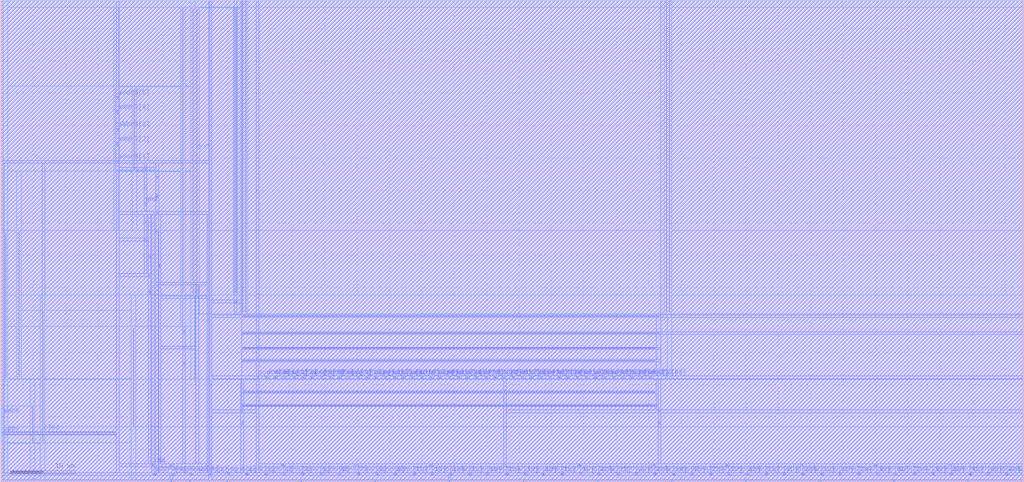
<source format=lef>
VERSION 5.4 ;
NAMESCASESENSITIVE ON ;
BUSBITCHARS "[]" ;
DIVIDERCHAR "/" ;
UNITS
  DATABASE MICRONS 2000 ;
END UNITS
MACRO freepdk45_sram_1rw0r_64x44_22
   CLASS BLOCK ;
   SIZE 157.9 BY 74.4625 ;
   SYMMETRY X Y R90 ;
   PIN din0[0]
      DIRECTION INPUT ;
      PORT
         LAYER metal3 ;
         RECT  32.275 1.105 32.41 1.24 ;
      END
   END din0[0]
   PIN din0[1]
      DIRECTION INPUT ;
      PORT
         LAYER metal3 ;
         RECT  35.135 1.105 35.27 1.24 ;
      END
   END din0[1]
   PIN din0[2]
      DIRECTION INPUT ;
      PORT
         LAYER metal3 ;
         RECT  37.995 1.105 38.13 1.24 ;
      END
   END din0[2]
   PIN din0[3]
      DIRECTION INPUT ;
      PORT
         LAYER metal3 ;
         RECT  40.855 1.105 40.99 1.24 ;
      END
   END din0[3]
   PIN din0[4]
      DIRECTION INPUT ;
      PORT
         LAYER metal3 ;
         RECT  43.715 1.105 43.85 1.24 ;
      END
   END din0[4]
   PIN din0[5]
      DIRECTION INPUT ;
      PORT
         LAYER metal3 ;
         RECT  46.575 1.105 46.71 1.24 ;
      END
   END din0[5]
   PIN din0[6]
      DIRECTION INPUT ;
      PORT
         LAYER metal3 ;
         RECT  49.435 1.105 49.57 1.24 ;
      END
   END din0[6]
   PIN din0[7]
      DIRECTION INPUT ;
      PORT
         LAYER metal3 ;
         RECT  52.295 1.105 52.43 1.24 ;
      END
   END din0[7]
   PIN din0[8]
      DIRECTION INPUT ;
      PORT
         LAYER metal3 ;
         RECT  55.155 1.105 55.29 1.24 ;
      END
   END din0[8]
   PIN din0[9]
      DIRECTION INPUT ;
      PORT
         LAYER metal3 ;
         RECT  58.015 1.105 58.15 1.24 ;
      END
   END din0[9]
   PIN din0[10]
      DIRECTION INPUT ;
      PORT
         LAYER metal3 ;
         RECT  60.875 1.105 61.01 1.24 ;
      END
   END din0[10]
   PIN din0[11]
      DIRECTION INPUT ;
      PORT
         LAYER metal3 ;
         RECT  63.735 1.105 63.87 1.24 ;
      END
   END din0[11]
   PIN din0[12]
      DIRECTION INPUT ;
      PORT
         LAYER metal3 ;
         RECT  66.595 1.105 66.73 1.24 ;
      END
   END din0[12]
   PIN din0[13]
      DIRECTION INPUT ;
      PORT
         LAYER metal3 ;
         RECT  69.455 1.105 69.59 1.24 ;
      END
   END din0[13]
   PIN din0[14]
      DIRECTION INPUT ;
      PORT
         LAYER metal3 ;
         RECT  72.315 1.105 72.45 1.24 ;
      END
   END din0[14]
   PIN din0[15]
      DIRECTION INPUT ;
      PORT
         LAYER metal3 ;
         RECT  75.175 1.105 75.31 1.24 ;
      END
   END din0[15]
   PIN din0[16]
      DIRECTION INPUT ;
      PORT
         LAYER metal3 ;
         RECT  78.035 1.105 78.17 1.24 ;
      END
   END din0[16]
   PIN din0[17]
      DIRECTION INPUT ;
      PORT
         LAYER metal3 ;
         RECT  80.895 1.105 81.03 1.24 ;
      END
   END din0[17]
   PIN din0[18]
      DIRECTION INPUT ;
      PORT
         LAYER metal3 ;
         RECT  83.755 1.105 83.89 1.24 ;
      END
   END din0[18]
   PIN din0[19]
      DIRECTION INPUT ;
      PORT
         LAYER metal3 ;
         RECT  86.615 1.105 86.75 1.24 ;
      END
   END din0[19]
   PIN din0[20]
      DIRECTION INPUT ;
      PORT
         LAYER metal3 ;
         RECT  89.475 1.105 89.61 1.24 ;
      END
   END din0[20]
   PIN din0[21]
      DIRECTION INPUT ;
      PORT
         LAYER metal3 ;
         RECT  92.335 1.105 92.47 1.24 ;
      END
   END din0[21]
   PIN din0[22]
      DIRECTION INPUT ;
      PORT
         LAYER metal3 ;
         RECT  95.195 1.105 95.33 1.24 ;
      END
   END din0[22]
   PIN din0[23]
      DIRECTION INPUT ;
      PORT
         LAYER metal3 ;
         RECT  98.055 1.105 98.19 1.24 ;
      END
   END din0[23]
   PIN din0[24]
      DIRECTION INPUT ;
      PORT
         LAYER metal3 ;
         RECT  100.915 1.105 101.05 1.24 ;
      END
   END din0[24]
   PIN din0[25]
      DIRECTION INPUT ;
      PORT
         LAYER metal3 ;
         RECT  103.775 1.105 103.91 1.24 ;
      END
   END din0[25]
   PIN din0[26]
      DIRECTION INPUT ;
      PORT
         LAYER metal3 ;
         RECT  106.635 1.105 106.77 1.24 ;
      END
   END din0[26]
   PIN din0[27]
      DIRECTION INPUT ;
      PORT
         LAYER metal3 ;
         RECT  109.495 1.105 109.63 1.24 ;
      END
   END din0[27]
   PIN din0[28]
      DIRECTION INPUT ;
      PORT
         LAYER metal3 ;
         RECT  112.355 1.105 112.49 1.24 ;
      END
   END din0[28]
   PIN din0[29]
      DIRECTION INPUT ;
      PORT
         LAYER metal3 ;
         RECT  115.215 1.105 115.35 1.24 ;
      END
   END din0[29]
   PIN din0[30]
      DIRECTION INPUT ;
      PORT
         LAYER metal3 ;
         RECT  118.075 1.105 118.21 1.24 ;
      END
   END din0[30]
   PIN din0[31]
      DIRECTION INPUT ;
      PORT
         LAYER metal3 ;
         RECT  120.935 1.105 121.07 1.24 ;
      END
   END din0[31]
   PIN din0[32]
      DIRECTION INPUT ;
      PORT
         LAYER metal3 ;
         RECT  123.795 1.105 123.93 1.24 ;
      END
   END din0[32]
   PIN din0[33]
      DIRECTION INPUT ;
      PORT
         LAYER metal3 ;
         RECT  126.655 1.105 126.79 1.24 ;
      END
   END din0[33]
   PIN din0[34]
      DIRECTION INPUT ;
      PORT
         LAYER metal3 ;
         RECT  129.515 1.105 129.65 1.24 ;
      END
   END din0[34]
   PIN din0[35]
      DIRECTION INPUT ;
      PORT
         LAYER metal3 ;
         RECT  132.375 1.105 132.51 1.24 ;
      END
   END din0[35]
   PIN din0[36]
      DIRECTION INPUT ;
      PORT
         LAYER metal3 ;
         RECT  135.235 1.105 135.37 1.24 ;
      END
   END din0[36]
   PIN din0[37]
      DIRECTION INPUT ;
      PORT
         LAYER metal3 ;
         RECT  138.095 1.105 138.23 1.24 ;
      END
   END din0[37]
   PIN din0[38]
      DIRECTION INPUT ;
      PORT
         LAYER metal3 ;
         RECT  140.955 1.105 141.09 1.24 ;
      END
   END din0[38]
   PIN din0[39]
      DIRECTION INPUT ;
      PORT
         LAYER metal3 ;
         RECT  143.815 1.105 143.95 1.24 ;
      END
   END din0[39]
   PIN din0[40]
      DIRECTION INPUT ;
      PORT
         LAYER metal3 ;
         RECT  146.675 1.105 146.81 1.24 ;
      END
   END din0[40]
   PIN din0[41]
      DIRECTION INPUT ;
      PORT
         LAYER metal3 ;
         RECT  149.535 1.105 149.67 1.24 ;
      END
   END din0[41]
   PIN din0[42]
      DIRECTION INPUT ;
      PORT
         LAYER metal3 ;
         RECT  152.395 1.105 152.53 1.24 ;
      END
   END din0[42]
   PIN din0[43]
      DIRECTION INPUT ;
      PORT
         LAYER metal3 ;
         RECT  155.255 1.105 155.39 1.24 ;
      END
   END din0[43]
   PIN addr0[0]
      DIRECTION INPUT ;
      PORT
         LAYER metal3 ;
         RECT  23.695 1.105 23.83 1.24 ;
      END
   END addr0[0]
   PIN addr0[1]
      DIRECTION INPUT ;
      PORT
         LAYER metal3 ;
         RECT  17.975 49.3675 18.11 49.5025 ;
      END
   END addr0[1]
   PIN addr0[2]
      DIRECTION INPUT ;
      PORT
         LAYER metal3 ;
         RECT  17.975 52.0975 18.11 52.2325 ;
      END
   END addr0[2]
   PIN addr0[3]
      DIRECTION INPUT ;
      PORT
         LAYER metal3 ;
         RECT  17.975 54.3075 18.11 54.4425 ;
      END
   END addr0[3]
   PIN addr0[4]
      DIRECTION INPUT ;
      PORT
         LAYER metal3 ;
         RECT  17.975 57.0375 18.11 57.1725 ;
      END
   END addr0[4]
   PIN addr0[5]
      DIRECTION INPUT ;
      PORT
         LAYER metal3 ;
         RECT  17.975 59.2475 18.11 59.3825 ;
      END
   END addr0[5]
   PIN csb0
      DIRECTION INPUT ;
      PORT
         LAYER metal3 ;
         RECT  0.285 7.3775 0.42 7.5125 ;
      END
   END csb0
   PIN web0
      DIRECTION INPUT ;
      PORT
         LAYER metal3 ;
         RECT  0.285 10.1075 0.42 10.2425 ;
      END
   END web0
   PIN clk0
      DIRECTION INPUT ;
      PORT
         LAYER metal3 ;
         RECT  6.5275 7.4625 6.6625 7.5975 ;
      END
   END clk0
   PIN wmask0[0]
      DIRECTION INPUT ;
      PORT
         LAYER metal3 ;
         RECT  26.555 1.105 26.69 1.24 ;
      END
   END wmask0[0]
   PIN wmask0[1]
      DIRECTION INPUT ;
      PORT
         LAYER metal3 ;
         RECT  29.415 1.105 29.55 1.24 ;
      END
   END wmask0[1]
   PIN dout0[0]
      DIRECTION OUTPUT ;
      PORT
         LAYER metal3 ;
         RECT  39.5675 16.0725 39.7025 16.2075 ;
      END
   END dout0[0]
   PIN dout0[1]
      DIRECTION OUTPUT ;
      PORT
         LAYER metal3 ;
         RECT  40.9775 16.0725 41.1125 16.2075 ;
      END
   END dout0[1]
   PIN dout0[2]
      DIRECTION OUTPUT ;
      PORT
         LAYER metal3 ;
         RECT  42.3875 16.0725 42.5225 16.2075 ;
      END
   END dout0[2]
   PIN dout0[3]
      DIRECTION OUTPUT ;
      PORT
         LAYER metal3 ;
         RECT  43.7975 16.0725 43.9325 16.2075 ;
      END
   END dout0[3]
   PIN dout0[4]
      DIRECTION OUTPUT ;
      PORT
         LAYER metal3 ;
         RECT  45.2075 16.0725 45.3425 16.2075 ;
      END
   END dout0[4]
   PIN dout0[5]
      DIRECTION OUTPUT ;
      PORT
         LAYER metal3 ;
         RECT  46.6175 16.0725 46.7525 16.2075 ;
      END
   END dout0[5]
   PIN dout0[6]
      DIRECTION OUTPUT ;
      PORT
         LAYER metal3 ;
         RECT  48.0275 16.0725 48.1625 16.2075 ;
      END
   END dout0[6]
   PIN dout0[7]
      DIRECTION OUTPUT ;
      PORT
         LAYER metal3 ;
         RECT  49.4375 16.0725 49.5725 16.2075 ;
      END
   END dout0[7]
   PIN dout0[8]
      DIRECTION OUTPUT ;
      PORT
         LAYER metal3 ;
         RECT  50.8475 16.0725 50.9825 16.2075 ;
      END
   END dout0[8]
   PIN dout0[9]
      DIRECTION OUTPUT ;
      PORT
         LAYER metal3 ;
         RECT  52.2575 16.0725 52.3925 16.2075 ;
      END
   END dout0[9]
   PIN dout0[10]
      DIRECTION OUTPUT ;
      PORT
         LAYER metal3 ;
         RECT  53.6675 16.0725 53.8025 16.2075 ;
      END
   END dout0[10]
   PIN dout0[11]
      DIRECTION OUTPUT ;
      PORT
         LAYER metal3 ;
         RECT  55.0775 16.0725 55.2125 16.2075 ;
      END
   END dout0[11]
   PIN dout0[12]
      DIRECTION OUTPUT ;
      PORT
         LAYER metal3 ;
         RECT  56.4875 16.0725 56.6225 16.2075 ;
      END
   END dout0[12]
   PIN dout0[13]
      DIRECTION OUTPUT ;
      PORT
         LAYER metal3 ;
         RECT  57.8975 16.0725 58.0325 16.2075 ;
      END
   END dout0[13]
   PIN dout0[14]
      DIRECTION OUTPUT ;
      PORT
         LAYER metal3 ;
         RECT  59.3075 16.0725 59.4425 16.2075 ;
      END
   END dout0[14]
   PIN dout0[15]
      DIRECTION OUTPUT ;
      PORT
         LAYER metal3 ;
         RECT  60.7175 16.0725 60.8525 16.2075 ;
      END
   END dout0[15]
   PIN dout0[16]
      DIRECTION OUTPUT ;
      PORT
         LAYER metal3 ;
         RECT  62.1275 16.0725 62.2625 16.2075 ;
      END
   END dout0[16]
   PIN dout0[17]
      DIRECTION OUTPUT ;
      PORT
         LAYER metal3 ;
         RECT  63.5375 16.0725 63.6725 16.2075 ;
      END
   END dout0[17]
   PIN dout0[18]
      DIRECTION OUTPUT ;
      PORT
         LAYER metal3 ;
         RECT  64.9475 16.0725 65.0825 16.2075 ;
      END
   END dout0[18]
   PIN dout0[19]
      DIRECTION OUTPUT ;
      PORT
         LAYER metal3 ;
         RECT  66.3575 16.0725 66.4925 16.2075 ;
      END
   END dout0[19]
   PIN dout0[20]
      DIRECTION OUTPUT ;
      PORT
         LAYER metal3 ;
         RECT  67.7675 16.0725 67.9025 16.2075 ;
      END
   END dout0[20]
   PIN dout0[21]
      DIRECTION OUTPUT ;
      PORT
         LAYER metal3 ;
         RECT  69.1775 16.0725 69.3125 16.2075 ;
      END
   END dout0[21]
   PIN dout0[22]
      DIRECTION OUTPUT ;
      PORT
         LAYER metal3 ;
         RECT  70.5875 16.0725 70.7225 16.2075 ;
      END
   END dout0[22]
   PIN dout0[23]
      DIRECTION OUTPUT ;
      PORT
         LAYER metal3 ;
         RECT  71.9975 16.0725 72.1325 16.2075 ;
      END
   END dout0[23]
   PIN dout0[24]
      DIRECTION OUTPUT ;
      PORT
         LAYER metal3 ;
         RECT  73.4075 16.0725 73.5425 16.2075 ;
      END
   END dout0[24]
   PIN dout0[25]
      DIRECTION OUTPUT ;
      PORT
         LAYER metal3 ;
         RECT  74.8175 16.0725 74.9525 16.2075 ;
      END
   END dout0[25]
   PIN dout0[26]
      DIRECTION OUTPUT ;
      PORT
         LAYER metal3 ;
         RECT  76.2275 16.0725 76.3625 16.2075 ;
      END
   END dout0[26]
   PIN dout0[27]
      DIRECTION OUTPUT ;
      PORT
         LAYER metal3 ;
         RECT  77.6375 16.0725 77.7725 16.2075 ;
      END
   END dout0[27]
   PIN dout0[28]
      DIRECTION OUTPUT ;
      PORT
         LAYER metal3 ;
         RECT  79.0475 16.0725 79.1825 16.2075 ;
      END
   END dout0[28]
   PIN dout0[29]
      DIRECTION OUTPUT ;
      PORT
         LAYER metal3 ;
         RECT  80.4575 16.0725 80.5925 16.2075 ;
      END
   END dout0[29]
   PIN dout0[30]
      DIRECTION OUTPUT ;
      PORT
         LAYER metal3 ;
         RECT  81.8675 16.0725 82.0025 16.2075 ;
      END
   END dout0[30]
   PIN dout0[31]
      DIRECTION OUTPUT ;
      PORT
         LAYER metal3 ;
         RECT  83.2775 16.0725 83.4125 16.2075 ;
      END
   END dout0[31]
   PIN dout0[32]
      DIRECTION OUTPUT ;
      PORT
         LAYER metal3 ;
         RECT  84.6875 16.0725 84.8225 16.2075 ;
      END
   END dout0[32]
   PIN dout0[33]
      DIRECTION OUTPUT ;
      PORT
         LAYER metal3 ;
         RECT  86.0975 16.0725 86.2325 16.2075 ;
      END
   END dout0[33]
   PIN dout0[34]
      DIRECTION OUTPUT ;
      PORT
         LAYER metal3 ;
         RECT  87.5075 16.0725 87.6425 16.2075 ;
      END
   END dout0[34]
   PIN dout0[35]
      DIRECTION OUTPUT ;
      PORT
         LAYER metal3 ;
         RECT  88.9175 16.0725 89.0525 16.2075 ;
      END
   END dout0[35]
   PIN dout0[36]
      DIRECTION OUTPUT ;
      PORT
         LAYER metal3 ;
         RECT  90.3275 16.0725 90.4625 16.2075 ;
      END
   END dout0[36]
   PIN dout0[37]
      DIRECTION OUTPUT ;
      PORT
         LAYER metal3 ;
         RECT  91.7375 16.0725 91.8725 16.2075 ;
      END
   END dout0[37]
   PIN dout0[38]
      DIRECTION OUTPUT ;
      PORT
         LAYER metal3 ;
         RECT  93.1475 16.0725 93.2825 16.2075 ;
      END
   END dout0[38]
   PIN dout0[39]
      DIRECTION OUTPUT ;
      PORT
         LAYER metal3 ;
         RECT  94.5575 16.0725 94.6925 16.2075 ;
      END
   END dout0[39]
   PIN dout0[40]
      DIRECTION OUTPUT ;
      PORT
         LAYER metal3 ;
         RECT  95.9675 16.0725 96.1025 16.2075 ;
      END
   END dout0[40]
   PIN dout0[41]
      DIRECTION OUTPUT ;
      PORT
         LAYER metal3 ;
         RECT  97.3775 16.0725 97.5125 16.2075 ;
      END
   END dout0[41]
   PIN dout0[42]
      DIRECTION OUTPUT ;
      PORT
         LAYER metal3 ;
         RECT  98.7875 16.0725 98.9225 16.2075 ;
      END
   END dout0[42]
   PIN dout0[43]
      DIRECTION OUTPUT ;
      PORT
         LAYER metal3 ;
         RECT  100.1975 16.0725 100.3325 16.2075 ;
      END
   END dout0[43]
   PIN vdd
      DIRECTION INOUT ;
      USE POWER ; 
      SHAPE ABUTMENT ; 
      PORT
         LAYER metal3 ;
         RECT  37.1875 10.7975 37.3225 10.9325 ;
         LAYER metal3 ;
         RECT  24.0725 41.4375 24.2075 41.5725 ;
         LAYER metal3 ;
         RECT  24.0725 38.7075 24.2075 38.8425 ;
         LAYER metal3 ;
         RECT  77.7525 2.47 77.8875 2.605 ;
         LAYER metal3 ;
         RECT  24.0725 46.8975 24.2075 47.0325 ;
         LAYER metal3 ;
         RECT  89.1925 2.47 89.3275 2.605 ;
         LAYER metal3 ;
         RECT  100.6325 2.47 100.7675 2.605 ;
         LAYER metal3 ;
         RECT  31.9925 2.47 32.1275 2.605 ;
         LAYER metal3 ;
         RECT  43.4325 2.47 43.5675 2.605 ;
         LAYER metal3 ;
         RECT  24.4175 30.5175 24.5525 30.6525 ;
         LAYER metal3 ;
         RECT  101.5725 10.7975 101.7075 10.9325 ;
         LAYER metal4 ;
         RECT  0.6875 16.1175 0.8275 38.52 ;
         LAYER metal3 ;
         RECT  37.3225 25.545 101.7075 25.615 ;
         LAYER metal3 ;
         RECT  112.0725 2.47 112.2075 2.605 ;
         LAYER metal3 ;
         RECT  26.2725 2.47 26.4075 2.605 ;
         LAYER metal3 ;
         RECT  30.245 28.445 30.38 28.58 ;
         LAYER metal3 ;
         RECT  28.195 20.6475 28.33 20.7825 ;
         LAYER metal3 ;
         RECT  134.9525 2.47 135.0875 2.605 ;
         LAYER metal3 ;
         RECT  36.1775 27.7875 36.3125 27.9225 ;
         LAYER metal4 ;
         RECT  29.625 29.15 29.765 73.04 ;
         LAYER metal4 ;
         RECT  103.14 26.24 103.28 74.265 ;
         LAYER metal3 ;
         RECT  37.3225 18.6925 101.0025 18.7625 ;
         LAYER metal3 ;
         RECT  146.3925 2.47 146.5275 2.605 ;
         LAYER metal3 ;
         RECT  66.3125 2.47 66.4475 2.605 ;
         LAYER metal3 ;
         RECT  123.5125 2.47 123.6475 2.605 ;
         LAYER metal4 ;
         RECT  20.41 8.74 20.55 23.7 ;
         LAYER metal3 ;
         RECT  24.0725 44.1675 24.2075 44.3025 ;
         LAYER metal3 ;
         RECT  37.3225 11.765 101.0025 11.835 ;
         LAYER metal4 ;
         RECT  37.255 26.24 37.395 74.265 ;
         LAYER metal3 ;
         RECT  54.8725 2.47 55.0075 2.605 ;
         LAYER metal4 ;
         RECT  0.0 6.27 0.14 11.35 ;
         LAYER metal4 ;
         RECT  36.175 29.15 36.315 72.97 ;
         LAYER metal4 ;
         RECT  17.69 48.26 17.83 60.815 ;
         LAYER metal3 ;
         RECT  24.4175 33.2475 24.5525 33.3825 ;
         LAYER metal3 ;
         RECT  23.4125 2.47 23.5475 2.605 ;
      END
   END vdd
   PIN gnd
      DIRECTION INOUT ;
      USE GROUND ; 
      SHAPE ABUTMENT ; 
      PORT
         LAYER metal3 ;
         RECT  37.1875 8.9775 37.3225 9.1125 ;
         LAYER metal4 ;
         RECT  20.55 48.195 20.69 60.75 ;
         LAYER metal3 ;
         RECT  69.1725 0.0 69.3075 0.135 ;
         LAYER metal3 ;
         RECT  22.265 48.2625 22.4 48.3975 ;
         LAYER metal4 ;
         RECT  2.75 16.15 2.89 38.5525 ;
         LAYER metal3 ;
         RECT  34.8525 0.0 34.9875 0.135 ;
         LAYER metal3 ;
         RECT  22.89 31.8825 23.025 32.0175 ;
         LAYER metal3 ;
         RECT  22.265 37.3425 22.4 37.4775 ;
         LAYER metal3 ;
         RECT  28.195 18.1775 28.33 18.3125 ;
         LAYER metal3 ;
         RECT  22.89 34.6125 23.025 34.7475 ;
         LAYER metal3 ;
         RECT  37.3225 20.585 101.0375 20.655 ;
         LAYER metal3 ;
         RECT  22.89 29.1525 23.025 29.2875 ;
         LAYER metal3 ;
         RECT  26.2725 0.0 26.4075 0.135 ;
         LAYER metal4 ;
         RECT  37.715 26.24 37.855 74.265 ;
         LAYER metal4 ;
         RECT  6.385 6.27 6.525 26.17 ;
         LAYER metal3 ;
         RECT  37.3225 22.925 101.74 22.995 ;
         LAYER metal3 ;
         RECT  103.4925 0.0 103.6275 0.135 ;
         LAYER metal3 ;
         RECT  92.0525 0.0 92.1875 0.135 ;
         LAYER metal3 ;
         RECT  22.265 45.5325 22.4 45.6675 ;
         LAYER metal4 ;
         RECT  28.035 29.1175 28.175 73.04 ;
         LAYER metal3 ;
         RECT  126.3725 0.0 126.5075 0.135 ;
         LAYER metal4 ;
         RECT  4.845 6.205 4.985 11.415 ;
         LAYER metal3 ;
         RECT  22.265 40.0725 22.4 40.2075 ;
         LAYER metal3 ;
         RECT  29.1325 0.0 29.2675 0.135 ;
         LAYER metal3 ;
         RECT  149.2525 0.0 149.3875 0.135 ;
         LAYER metal4 ;
         RECT  102.68 26.24 102.82 74.265 ;
         LAYER metal3 ;
         RECT  46.2925 0.0 46.4275 0.135 ;
         LAYER metal3 ;
         RECT  37.3225 13.815 101.0025 13.885 ;
         LAYER metal3 ;
         RECT  114.9325 0.0 115.0675 0.135 ;
         LAYER metal3 ;
         RECT  137.8125 0.0 137.9475 0.135 ;
         LAYER metal4 ;
         RECT  30.185 29.1175 30.325 73.0025 ;
         LAYER metal3 ;
         RECT  28.195 23.1175 28.33 23.2525 ;
         LAYER metal3 ;
         RECT  101.5725 8.9775 101.7075 9.1125 ;
         LAYER metal3 ;
         RECT  80.6125 0.0 80.7475 0.135 ;
         LAYER metal3 ;
         RECT  57.7325 0.0 57.8675 0.135 ;
         LAYER metal3 ;
         RECT  22.265 42.8025 22.4 42.9375 ;
      END
   END gnd
   OBS
   LAYER  metal1 ;
      RECT  0.14 0.14 157.76 74.3225 ;
   LAYER  metal2 ;
      RECT  0.14 0.14 157.76 74.3225 ;
   LAYER  metal3 ;
      RECT  32.135 0.14 32.55 0.965 ;
      RECT  32.55 0.965 34.995 1.38 ;
      RECT  35.41 0.965 37.855 1.38 ;
      RECT  38.27 0.965 40.715 1.38 ;
      RECT  41.13 0.965 43.575 1.38 ;
      RECT  43.99 0.965 46.435 1.38 ;
      RECT  46.85 0.965 49.295 1.38 ;
      RECT  49.71 0.965 52.155 1.38 ;
      RECT  52.57 0.965 55.015 1.38 ;
      RECT  55.43 0.965 57.875 1.38 ;
      RECT  58.29 0.965 60.735 1.38 ;
      RECT  61.15 0.965 63.595 1.38 ;
      RECT  64.01 0.965 66.455 1.38 ;
      RECT  66.87 0.965 69.315 1.38 ;
      RECT  69.73 0.965 72.175 1.38 ;
      RECT  72.59 0.965 75.035 1.38 ;
      RECT  75.45 0.965 77.895 1.38 ;
      RECT  78.31 0.965 80.755 1.38 ;
      RECT  81.17 0.965 83.615 1.38 ;
      RECT  84.03 0.965 86.475 1.38 ;
      RECT  86.89 0.965 89.335 1.38 ;
      RECT  89.75 0.965 92.195 1.38 ;
      RECT  92.61 0.965 95.055 1.38 ;
      RECT  95.47 0.965 97.915 1.38 ;
      RECT  98.33 0.965 100.775 1.38 ;
      RECT  101.19 0.965 103.635 1.38 ;
      RECT  104.05 0.965 106.495 1.38 ;
      RECT  106.91 0.965 109.355 1.38 ;
      RECT  109.77 0.965 112.215 1.38 ;
      RECT  112.63 0.965 115.075 1.38 ;
      RECT  115.49 0.965 117.935 1.38 ;
      RECT  118.35 0.965 120.795 1.38 ;
      RECT  121.21 0.965 123.655 1.38 ;
      RECT  124.07 0.965 126.515 1.38 ;
      RECT  126.93 0.965 129.375 1.38 ;
      RECT  129.79 0.965 132.235 1.38 ;
      RECT  132.65 0.965 135.095 1.38 ;
      RECT  135.51 0.965 137.955 1.38 ;
      RECT  138.37 0.965 140.815 1.38 ;
      RECT  141.23 0.965 143.675 1.38 ;
      RECT  144.09 0.965 146.535 1.38 ;
      RECT  146.95 0.965 149.395 1.38 ;
      RECT  149.81 0.965 152.255 1.38 ;
      RECT  152.67 0.965 155.115 1.38 ;
      RECT  155.53 0.965 157.76 1.38 ;
      RECT  0.14 0.965 23.555 1.38 ;
      RECT  0.14 49.2275 17.835 49.6425 ;
      RECT  0.14 49.6425 17.835 74.3225 ;
      RECT  17.835 1.38 18.25 49.2275 ;
      RECT  18.25 49.2275 32.135 49.6425 ;
      RECT  18.25 49.6425 32.135 74.3225 ;
      RECT  17.835 49.6425 18.25 51.9575 ;
      RECT  17.835 52.3725 18.25 54.1675 ;
      RECT  17.835 54.5825 18.25 56.8975 ;
      RECT  17.835 57.3125 18.25 59.1075 ;
      RECT  17.835 59.5225 18.25 74.3225 ;
      RECT  0.14 1.38 0.145 7.2375 ;
      RECT  0.14 7.2375 0.145 7.6525 ;
      RECT  0.14 7.6525 0.145 49.2275 ;
      RECT  0.145 1.38 0.56 7.2375 ;
      RECT  0.56 1.38 17.835 7.2375 ;
      RECT  0.145 7.6525 0.56 9.9675 ;
      RECT  0.145 10.3825 0.56 49.2275 ;
      RECT  0.56 7.2375 6.3875 7.3225 ;
      RECT  0.56 7.3225 6.3875 7.6525 ;
      RECT  6.3875 7.2375 6.8025 7.3225 ;
      RECT  6.8025 7.2375 17.835 7.3225 ;
      RECT  6.8025 7.3225 17.835 7.6525 ;
      RECT  0.56 7.6525 6.3875 7.7375 ;
      RECT  0.56 7.7375 6.3875 49.2275 ;
      RECT  6.3875 7.7375 6.8025 49.2275 ;
      RECT  6.8025 7.6525 17.835 7.7375 ;
      RECT  6.8025 7.7375 17.835 49.2275 ;
      RECT  23.97 0.965 26.415 1.38 ;
      RECT  26.83 0.965 29.275 1.38 ;
      RECT  29.69 0.965 32.135 1.38 ;
      RECT  32.55 15.9325 39.4275 16.3475 ;
      RECT  39.8425 15.9325 40.8375 16.3475 ;
      RECT  41.2525 15.9325 42.2475 16.3475 ;
      RECT  42.6625 15.9325 43.6575 16.3475 ;
      RECT  44.0725 15.9325 45.0675 16.3475 ;
      RECT  45.4825 15.9325 46.4775 16.3475 ;
      RECT  46.8925 15.9325 47.8875 16.3475 ;
      RECT  48.3025 15.9325 49.2975 16.3475 ;
      RECT  49.7125 15.9325 50.7075 16.3475 ;
      RECT  51.1225 15.9325 52.1175 16.3475 ;
      RECT  52.5325 15.9325 53.5275 16.3475 ;
      RECT  53.9425 15.9325 54.9375 16.3475 ;
      RECT  55.3525 15.9325 56.3475 16.3475 ;
      RECT  56.7625 15.9325 57.7575 16.3475 ;
      RECT  58.1725 15.9325 59.1675 16.3475 ;
      RECT  59.5825 15.9325 60.5775 16.3475 ;
      RECT  60.9925 15.9325 61.9875 16.3475 ;
      RECT  62.4025 15.9325 63.3975 16.3475 ;
      RECT  63.8125 15.9325 64.8075 16.3475 ;
      RECT  65.2225 15.9325 66.2175 16.3475 ;
      RECT  66.6325 15.9325 67.6275 16.3475 ;
      RECT  68.0425 15.9325 69.0375 16.3475 ;
      RECT  69.4525 15.9325 70.4475 16.3475 ;
      RECT  70.8625 15.9325 71.8575 16.3475 ;
      RECT  72.2725 15.9325 73.2675 16.3475 ;
      RECT  73.6825 15.9325 74.6775 16.3475 ;
      RECT  75.0925 15.9325 76.0875 16.3475 ;
      RECT  76.5025 15.9325 77.4975 16.3475 ;
      RECT  77.9125 15.9325 78.9075 16.3475 ;
      RECT  79.3225 15.9325 80.3175 16.3475 ;
      RECT  80.7325 15.9325 81.7275 16.3475 ;
      RECT  82.1425 15.9325 83.1375 16.3475 ;
      RECT  83.5525 15.9325 84.5475 16.3475 ;
      RECT  84.9625 15.9325 85.9575 16.3475 ;
      RECT  86.3725 15.9325 87.3675 16.3475 ;
      RECT  87.7825 15.9325 88.7775 16.3475 ;
      RECT  89.1925 15.9325 90.1875 16.3475 ;
      RECT  90.6025 15.9325 91.5975 16.3475 ;
      RECT  92.0125 15.9325 93.0075 16.3475 ;
      RECT  93.4225 15.9325 94.4175 16.3475 ;
      RECT  94.8325 15.9325 95.8275 16.3475 ;
      RECT  96.2425 15.9325 97.2375 16.3475 ;
      RECT  97.6525 15.9325 98.6475 16.3475 ;
      RECT  99.0625 15.9325 100.0575 16.3475 ;
      RECT  100.4725 15.9325 157.76 16.3475 ;
      RECT  32.55 1.38 37.0475 10.6575 ;
      RECT  32.55 10.6575 37.0475 11.0725 ;
      RECT  32.55 11.0725 37.0475 15.9325 ;
      RECT  37.4625 1.38 39.4275 10.6575 ;
      RECT  37.4625 10.6575 39.4275 11.0725 ;
      RECT  18.25 41.2975 23.9325 41.7125 ;
      RECT  24.3475 41.2975 32.135 41.7125 ;
      RECT  24.3475 41.7125 32.135 49.2275 ;
      RECT  23.9325 38.9825 24.3475 41.2975 ;
      RECT  39.8425 1.38 77.6125 2.33 ;
      RECT  77.6125 1.38 78.0275 2.33 ;
      RECT  78.0275 1.38 157.76 2.33 ;
      RECT  23.9325 47.1725 24.3475 49.2275 ;
      RECT  78.0275 2.33 89.0525 2.745 ;
      RECT  89.4675 2.33 100.4925 2.745 ;
      RECT  32.135 1.38 32.2675 2.33 ;
      RECT  32.135 2.745 32.2675 74.3225 ;
      RECT  32.2675 1.38 32.55 2.33 ;
      RECT  32.2675 2.33 32.55 2.745 ;
      RECT  32.2675 2.745 32.55 74.3225 ;
      RECT  24.3475 1.38 31.8525 2.33 ;
      RECT  31.8525 1.38 32.135 2.33 ;
      RECT  31.8525 2.745 32.135 41.2975 ;
      RECT  39.8425 2.33 43.2925 2.745 ;
      RECT  23.9325 1.38 24.2775 30.3775 ;
      RECT  23.9325 30.3775 24.2775 30.7925 ;
      RECT  23.9325 30.7925 24.2775 38.5675 ;
      RECT  24.2775 1.38 24.3475 30.3775 ;
      RECT  24.3475 2.745 24.6925 30.3775 ;
      RECT  24.6925 30.3775 31.8525 30.7925 ;
      RECT  24.6925 30.7925 31.8525 41.2975 ;
      RECT  78.0275 2.745 101.4325 10.6575 ;
      RECT  78.0275 10.6575 101.4325 11.0725 ;
      RECT  101.4325 11.0725 101.8475 15.9325 ;
      RECT  101.8475 2.745 157.76 10.6575 ;
      RECT  101.8475 10.6575 157.76 11.0725 ;
      RECT  101.8475 11.0725 157.76 15.9325 ;
      RECT  32.55 16.3475 37.1825 25.405 ;
      RECT  32.55 25.405 37.1825 25.755 ;
      RECT  37.1825 25.755 39.4275 74.3225 ;
      RECT  39.4275 25.755 39.8425 74.3225 ;
      RECT  39.8425 25.755 101.8475 74.3225 ;
      RECT  101.8475 25.405 157.76 25.755 ;
      RECT  101.8475 25.755 157.76 74.3225 ;
      RECT  100.9075 2.33 111.9325 2.745 ;
      RECT  24.3475 2.33 26.1325 2.745 ;
      RECT  26.5475 2.33 31.8525 2.745 ;
      RECT  24.6925 28.305 30.105 28.72 ;
      RECT  24.6925 28.72 30.105 30.3775 ;
      RECT  30.105 2.745 30.52 28.305 ;
      RECT  30.105 28.72 30.52 30.3775 ;
      RECT  30.52 2.745 31.8525 28.305 ;
      RECT  30.52 28.305 31.8525 28.72 ;
      RECT  30.52 28.72 31.8525 30.3775 ;
      RECT  24.6925 2.745 28.055 20.5075 ;
      RECT  24.6925 20.5075 28.055 20.9225 ;
      RECT  24.6925 20.9225 28.055 28.305 ;
      RECT  28.47 2.745 30.105 20.5075 ;
      RECT  28.47 20.5075 30.105 20.9225 ;
      RECT  28.47 20.9225 30.105 28.305 ;
      RECT  32.55 25.755 36.0375 27.6475 ;
      RECT  32.55 27.6475 36.0375 28.0625 ;
      RECT  32.55 28.0625 36.0375 74.3225 ;
      RECT  36.0375 25.755 36.4525 27.6475 ;
      RECT  36.0375 28.0625 36.4525 74.3225 ;
      RECT  36.4525 25.755 37.1825 27.6475 ;
      RECT  36.4525 27.6475 37.1825 28.0625 ;
      RECT  36.4525 28.0625 37.1825 74.3225 ;
      RECT  37.1825 16.3475 39.4275 18.5525 ;
      RECT  39.4275 16.3475 39.8425 18.5525 ;
      RECT  39.8425 16.3475 101.1425 18.5525 ;
      RECT  101.1425 16.3475 101.8475 18.5525 ;
      RECT  101.1425 18.5525 101.8475 18.9025 ;
      RECT  135.2275 2.33 146.2525 2.745 ;
      RECT  146.6675 2.33 157.76 2.745 ;
      RECT  66.5875 2.33 77.6125 2.745 ;
      RECT  112.3475 2.33 123.3725 2.745 ;
      RECT  123.7875 2.33 134.8125 2.745 ;
      RECT  23.9325 41.7125 24.3475 44.0275 ;
      RECT  23.9325 44.4425 24.3475 46.7575 ;
      RECT  39.4275 1.38 39.8425 11.625 ;
      RECT  37.0475 11.0725 37.1825 11.625 ;
      RECT  37.0475 11.625 37.1825 11.975 ;
      RECT  37.0475 11.975 37.1825 15.9325 ;
      RECT  37.1825 11.0725 37.4625 11.625 ;
      RECT  37.4625 11.0725 39.4275 11.625 ;
      RECT  39.8425 2.745 77.6125 11.625 ;
      RECT  77.6125 2.745 78.0275 11.625 ;
      RECT  78.0275 11.0725 101.1425 11.625 ;
      RECT  101.1425 11.0725 101.4325 11.625 ;
      RECT  101.1425 11.625 101.4325 11.975 ;
      RECT  101.1425 11.975 101.4325 15.9325 ;
      RECT  43.7075 2.33 54.7325 2.745 ;
      RECT  55.1475 2.33 66.1725 2.745 ;
      RECT  24.2775 30.7925 24.3475 33.1075 ;
      RECT  24.2775 33.5225 24.3475 38.5675 ;
      RECT  24.3475 30.7925 24.6925 33.1075 ;
      RECT  24.3475 33.5225 24.6925 41.2975 ;
      RECT  18.25 1.38 23.2725 2.33 ;
      RECT  18.25 2.33 23.2725 2.745 ;
      RECT  23.2725 1.38 23.6875 2.33 ;
      RECT  23.2725 2.745 23.6875 41.2975 ;
      RECT  23.6875 1.38 23.9325 2.33 ;
      RECT  23.6875 2.33 23.9325 2.745 ;
      RECT  23.6875 2.745 23.9325 41.2975 ;
      RECT  37.0475 1.38 37.4625 8.8375 ;
      RECT  37.0475 9.2525 37.4625 10.6575 ;
      RECT  32.55 0.275 69.0325 0.965 ;
      RECT  69.0325 0.275 69.4475 0.965 ;
      RECT  69.4475 0.275 157.76 0.965 ;
      RECT  18.25 41.7125 22.125 48.1225 ;
      RECT  18.25 48.1225 22.125 48.5375 ;
      RECT  18.25 48.5375 22.125 49.2275 ;
      RECT  22.125 48.5375 22.54 49.2275 ;
      RECT  22.54 41.7125 23.9325 48.1225 ;
      RECT  22.54 48.1225 23.9325 48.5375 ;
      RECT  22.54 48.5375 23.9325 49.2275 ;
      RECT  32.55 0.14 34.7125 0.275 ;
      RECT  18.25 2.745 22.75 31.7425 ;
      RECT  18.25 31.7425 22.75 32.1575 ;
      RECT  23.165 2.745 23.2725 31.7425 ;
      RECT  23.165 31.7425 23.2725 32.1575 ;
      RECT  23.165 32.1575 23.2725 41.2975 ;
      RECT  18.25 32.1575 22.125 37.2025 ;
      RECT  18.25 37.2025 22.125 37.6175 ;
      RECT  18.25 37.6175 22.125 41.2975 ;
      RECT  22.125 32.1575 22.54 37.2025 ;
      RECT  22.54 32.1575 22.75 37.2025 ;
      RECT  22.54 37.2025 22.75 37.6175 ;
      RECT  22.54 37.6175 22.75 41.2975 ;
      RECT  28.055 2.745 28.47 18.0375 ;
      RECT  28.055 18.4525 28.47 20.5075 ;
      RECT  22.75 32.1575 23.165 34.4725 ;
      RECT  22.75 34.8875 23.165 41.2975 ;
      RECT  37.1825 18.9025 39.4275 20.445 ;
      RECT  39.4275 18.9025 39.8425 20.445 ;
      RECT  39.8425 18.9025 101.1425 20.445 ;
      RECT  101.1425 18.9025 101.1775 20.445 ;
      RECT  101.1775 18.9025 101.8475 20.445 ;
      RECT  101.1775 20.445 101.8475 20.795 ;
      RECT  22.75 2.745 23.165 29.0125 ;
      RECT  22.75 29.4275 23.165 31.7425 ;
      RECT  0.14 0.14 26.1325 0.275 ;
      RECT  0.14 0.275 26.1325 0.965 ;
      RECT  26.1325 0.275 26.5475 0.965 ;
      RECT  26.5475 0.275 32.135 0.965 ;
      RECT  101.8475 16.3475 101.88 22.785 ;
      RECT  101.8475 23.135 101.88 25.405 ;
      RECT  101.88 16.3475 157.76 22.785 ;
      RECT  101.88 22.785 157.76 23.135 ;
      RECT  101.88 23.135 157.76 25.405 ;
      RECT  37.1825 20.795 39.4275 22.785 ;
      RECT  37.1825 23.135 39.4275 25.405 ;
      RECT  39.4275 20.795 39.8425 22.785 ;
      RECT  39.4275 23.135 39.8425 25.405 ;
      RECT  39.8425 20.795 101.1425 22.785 ;
      RECT  39.8425 23.135 101.1425 25.405 ;
      RECT  101.1425 20.795 101.1775 22.785 ;
      RECT  101.1425 23.135 101.1775 25.405 ;
      RECT  101.1775 20.795 101.8475 22.785 ;
      RECT  101.1775 23.135 101.8475 25.405 ;
      RECT  92.3275 0.14 103.3525 0.275 ;
      RECT  22.125 45.8075 22.54 48.1225 ;
      RECT  22.125 37.6175 22.54 39.9325 ;
      RECT  22.125 40.3475 22.54 41.2975 ;
      RECT  26.5475 0.14 28.9925 0.275 ;
      RECT  29.4075 0.14 32.135 0.275 ;
      RECT  149.5275 0.14 157.76 0.275 ;
      RECT  35.1275 0.14 46.1525 0.275 ;
      RECT  39.4275 11.975 39.8425 13.675 ;
      RECT  39.4275 14.025 39.8425 15.9325 ;
      RECT  37.1825 11.975 37.4625 13.675 ;
      RECT  37.1825 14.025 37.4625 15.9325 ;
      RECT  37.4625 11.975 39.4275 13.675 ;
      RECT  37.4625 14.025 39.4275 15.9325 ;
      RECT  39.8425 11.975 77.6125 13.675 ;
      RECT  39.8425 14.025 77.6125 15.9325 ;
      RECT  77.6125 11.975 78.0275 13.675 ;
      RECT  77.6125 14.025 78.0275 15.9325 ;
      RECT  78.0275 11.975 101.1425 13.675 ;
      RECT  78.0275 14.025 101.1425 15.9325 ;
      RECT  103.7675 0.14 114.7925 0.275 ;
      RECT  115.2075 0.14 126.2325 0.275 ;
      RECT  126.6475 0.14 137.6725 0.275 ;
      RECT  138.0875 0.14 149.1125 0.275 ;
      RECT  28.055 20.9225 28.47 22.9775 ;
      RECT  28.055 23.3925 28.47 28.305 ;
      RECT  101.4325 2.745 101.8475 8.8375 ;
      RECT  101.4325 9.2525 101.8475 10.6575 ;
      RECT  69.4475 0.14 80.4725 0.275 ;
      RECT  80.8875 0.14 91.9125 0.275 ;
      RECT  46.5675 0.14 57.5925 0.275 ;
      RECT  58.0075 0.14 69.0325 0.275 ;
      RECT  22.125 41.7125 22.54 42.6625 ;
      RECT  22.125 43.0775 22.54 45.3925 ;
   LAYER  metal4 ;
      RECT  0.14 15.8375 0.4075 38.8 ;
      RECT  0.14 38.8 0.4075 74.3225 ;
      RECT  0.4075 38.8 1.1075 74.3225 ;
      RECT  1.1075 73.32 29.345 74.3225 ;
      RECT  29.345 73.32 30.045 74.3225 ;
      RECT  30.045 15.8375 102.86 25.96 ;
      RECT  102.86 15.8375 103.56 25.96 ;
      RECT  103.56 15.8375 157.76 25.96 ;
      RECT  103.56 25.96 157.76 28.87 ;
      RECT  103.56 28.87 157.76 38.8 ;
      RECT  103.56 38.8 157.76 73.32 ;
      RECT  103.56 73.32 157.76 74.3225 ;
      RECT  20.13 0.14 20.83 8.46 ;
      RECT  20.83 0.14 157.76 8.46 ;
      RECT  20.83 8.46 157.76 15.8375 ;
      RECT  20.13 23.98 20.83 28.87 ;
      RECT  20.83 15.8375 29.345 23.98 ;
      RECT  30.045 73.32 36.975 74.3225 ;
      RECT  0.14 0.14 0.4075 5.99 ;
      RECT  0.14 11.63 0.4075 15.8375 ;
      RECT  0.4075 0.14 0.42 5.99 ;
      RECT  0.4075 11.63 0.42 15.8375 ;
      RECT  0.42 0.14 1.1075 5.99 ;
      RECT  0.42 5.99 1.1075 11.63 ;
      RECT  0.42 11.63 1.1075 15.8375 ;
      RECT  36.595 28.87 36.975 38.8 ;
      RECT  35.895 73.25 36.595 73.32 ;
      RECT  36.595 38.8 36.975 73.25 ;
      RECT  36.595 73.25 36.975 73.32 ;
      RECT  1.1075 47.98 17.41 61.095 ;
      RECT  1.1075 61.095 17.41 73.32 ;
      RECT  17.41 38.8 18.11 47.98 ;
      RECT  17.41 61.095 18.11 73.32 ;
      RECT  18.11 38.8 20.27 47.915 ;
      RECT  18.11 47.915 20.27 47.98 ;
      RECT  20.27 38.8 20.97 47.915 ;
      RECT  18.11 47.98 20.27 61.03 ;
      RECT  18.11 61.03 20.27 61.095 ;
      RECT  20.27 61.03 20.97 61.095 ;
      RECT  1.1075 28.87 2.47 38.8 ;
      RECT  1.1075 15.8375 2.47 15.87 ;
      RECT  1.1075 15.87 2.47 23.98 ;
      RECT  2.47 15.8375 3.17 15.87 ;
      RECT  1.1075 23.98 2.47 28.87 ;
      RECT  1.1075 38.8 2.47 38.8325 ;
      RECT  1.1075 38.8325 2.47 47.98 ;
      RECT  2.47 38.8325 3.17 47.98 ;
      RECT  3.17 38.8 17.41 38.8325 ;
      RECT  3.17 38.8325 17.41 47.98 ;
      RECT  6.105 0.14 6.805 5.99 ;
      RECT  6.805 0.14 20.13 5.99 ;
      RECT  6.805 5.99 20.13 8.46 ;
      RECT  6.805 8.46 20.13 15.8375 ;
      RECT  3.17 15.8375 6.105 15.87 ;
      RECT  6.805 15.8375 20.13 15.87 ;
      RECT  3.17 15.87 6.105 23.98 ;
      RECT  6.805 15.87 20.13 23.98 ;
      RECT  3.17 23.98 6.105 26.45 ;
      RECT  3.17 26.45 6.105 28.87 ;
      RECT  6.105 26.45 6.805 28.87 ;
      RECT  6.805 23.98 20.13 26.45 ;
      RECT  6.805 26.45 20.13 28.87 ;
      RECT  20.83 23.98 27.755 28.8375 ;
      RECT  20.83 28.8375 27.755 28.87 ;
      RECT  27.755 23.98 28.455 28.8375 ;
      RECT  28.455 23.98 29.345 28.8375 ;
      RECT  28.455 28.8375 29.345 28.87 ;
      RECT  18.11 61.095 27.755 73.32 ;
      RECT  28.455 61.095 29.345 73.32 ;
      RECT  20.97 38.8 27.755 47.915 ;
      RECT  28.455 38.8 29.345 47.915 ;
      RECT  20.97 47.915 27.755 47.98 ;
      RECT  28.455 47.915 29.345 47.98 ;
      RECT  20.97 47.98 27.755 61.03 ;
      RECT  28.455 47.98 29.345 61.03 ;
      RECT  20.97 61.03 27.755 61.095 ;
      RECT  28.455 61.03 29.345 61.095 ;
      RECT  3.17 28.87 27.755 38.8 ;
      RECT  28.455 28.87 29.345 38.8 ;
      RECT  1.1075 0.14 4.565 5.925 ;
      RECT  1.1075 5.925 4.565 5.99 ;
      RECT  4.565 0.14 5.265 5.925 ;
      RECT  5.265 0.14 6.105 5.925 ;
      RECT  5.265 5.925 6.105 5.99 ;
      RECT  1.1075 5.99 4.565 8.46 ;
      RECT  5.265 5.99 6.105 8.46 ;
      RECT  1.1075 8.46 4.565 11.695 ;
      RECT  1.1075 11.695 4.565 15.8375 ;
      RECT  4.565 11.695 5.265 15.8375 ;
      RECT  5.265 8.46 6.105 11.695 ;
      RECT  5.265 11.695 6.105 15.8375 ;
      RECT  38.135 25.96 102.4 28.87 ;
      RECT  38.135 28.87 102.4 38.8 ;
      RECT  38.135 38.8 102.4 73.32 ;
      RECT  38.135 73.32 102.4 74.3225 ;
      RECT  29.345 15.8375 29.905 28.8375 ;
      RECT  29.345 28.8375 29.905 28.87 ;
      RECT  29.905 15.8375 30.045 28.8375 ;
      RECT  30.045 25.96 30.605 28.8375 ;
      RECT  30.605 25.96 36.975 28.8375 ;
      RECT  30.605 28.8375 36.975 28.87 ;
      RECT  30.605 28.87 35.895 38.8 ;
      RECT  30.605 38.8 35.895 73.25 ;
      RECT  30.045 73.2825 30.605 73.32 ;
      RECT  30.605 73.25 35.895 73.2825 ;
      RECT  30.605 73.2825 35.895 73.32 ;
   END
END    freepdk45_sram_1rw0r_64x44_22
END    LIBRARY

</source>
